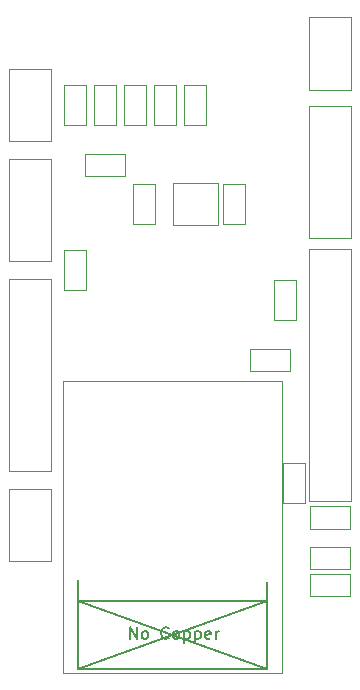
<source format=gbr>
G04 #@! TF.GenerationSoftware,KiCad,Pcbnew,5.1.7-a382d34a8~88~ubuntu20.04.1*
G04 #@! TF.CreationDate,2021-04-25T17:10:14-07:00*
G04 #@! TF.ProjectId,esp8266-wiz550io,65737038-3236-4362-9d77-697a35353069,Feb2021*
G04 #@! TF.SameCoordinates,Original*
G04 #@! TF.FileFunction,Other,User*
%FSLAX46Y46*%
G04 Gerber Fmt 4.6, Leading zero omitted, Abs format (unit mm)*
G04 Created by KiCad (PCBNEW 5.1.7-a382d34a8~88~ubuntu20.04.1) date 2021-04-25 17:10:14*
%MOMM*%
%LPD*%
G01*
G04 APERTURE LIST*
%ADD10C,0.050000*%
%ADD11C,0.152400*%
%ADD12C,0.150000*%
G04 APERTURE END LIST*
D10*
G04 #@! TO.C,U1*
X72100000Y-74160000D02*
X72100000Y-82410000D01*
X72100000Y-82410000D02*
X54600000Y-82410000D01*
X54600000Y-82410000D02*
X53600000Y-82410000D01*
X53600000Y-82410000D02*
X53600000Y-57660000D01*
X53600000Y-57660000D02*
X72100000Y-57660000D01*
X72100000Y-57660000D02*
X72100000Y-74160000D01*
D11*
X70866000Y-82042000D02*
X54864000Y-82042000D01*
X54864000Y-82042000D02*
X54864000Y-74549000D01*
X70866000Y-82042000D02*
X70866000Y-74676000D01*
X54858000Y-82060000D02*
X70858000Y-76260000D01*
X70858000Y-82060000D02*
X54858000Y-76260000D01*
X70858000Y-76260000D02*
X54858000Y-76260000D01*
D10*
G04 #@! TO.C,J7*
X74400000Y-26835000D02*
X74400000Y-32985000D01*
X74400000Y-32985000D02*
X78000000Y-32985000D01*
X78000000Y-32985000D02*
X78000000Y-26835000D01*
X78000000Y-26835000D02*
X74400000Y-26835000D01*
G04 #@! TO.C,C7*
X58830000Y-40320000D02*
X55470000Y-40320000D01*
X58830000Y-38420000D02*
X58830000Y-40320000D01*
X55470000Y-38420000D02*
X58830000Y-38420000D01*
X55470000Y-40320000D02*
X55470000Y-38420000D01*
G04 #@! TO.C,C4*
X67122000Y-44352000D02*
X67122000Y-40992000D01*
X69022000Y-44352000D02*
X67122000Y-44352000D01*
X69022000Y-40992000D02*
X69022000Y-44352000D01*
X67122000Y-40992000D02*
X69022000Y-40992000D01*
G04 #@! TO.C,C3*
X59502000Y-44352000D02*
X59502000Y-40992000D01*
X61402000Y-44352000D02*
X59502000Y-44352000D01*
X61402000Y-40992000D02*
X61402000Y-44352000D01*
X59502000Y-40992000D02*
X61402000Y-40992000D01*
G04 #@! TO.C,C6*
X74520000Y-68265000D02*
X77880000Y-68265000D01*
X74520000Y-70165000D02*
X74520000Y-68265000D01*
X77880000Y-70165000D02*
X74520000Y-70165000D01*
X77880000Y-68265000D02*
X77880000Y-70165000D01*
G04 #@! TO.C,C5*
X55560000Y-46580000D02*
X55560000Y-49940000D01*
X53660000Y-46580000D02*
X55560000Y-46580000D01*
X53660000Y-49940000D02*
X53660000Y-46580000D01*
X55560000Y-49940000D02*
X53660000Y-49940000D01*
G04 #@! TO.C,U3*
X62870000Y-44472000D02*
X62870000Y-40872000D01*
X66670000Y-44472000D02*
X62870000Y-44472000D01*
X66670000Y-40872000D02*
X66670000Y-44472000D01*
X62870000Y-40872000D02*
X66670000Y-40872000D01*
G04 #@! TO.C,R6*
X73340000Y-49120000D02*
X73340000Y-52480000D01*
X71440000Y-49120000D02*
X73340000Y-49120000D01*
X71440000Y-52480000D02*
X71440000Y-49120000D01*
X73340000Y-52480000D02*
X71440000Y-52480000D01*
G04 #@! TO.C,R5*
X61280000Y-35970000D02*
X61280000Y-32610000D01*
X63180000Y-35970000D02*
X61280000Y-35970000D01*
X63180000Y-32610000D02*
X63180000Y-35970000D01*
X61280000Y-32610000D02*
X63180000Y-32610000D01*
G04 #@! TO.C,R4*
X56200000Y-35970000D02*
X56200000Y-32610000D01*
X58100000Y-35970000D02*
X56200000Y-35970000D01*
X58100000Y-32610000D02*
X58100000Y-35970000D01*
X56200000Y-32610000D02*
X58100000Y-32610000D01*
G04 #@! TO.C,R3*
X74520000Y-73980000D02*
X77880000Y-73980000D01*
X74520000Y-75880000D02*
X74520000Y-73980000D01*
X77880000Y-75880000D02*
X74520000Y-75880000D01*
X77880000Y-73980000D02*
X77880000Y-75880000D01*
G04 #@! TO.C,R2*
X74520000Y-71694000D02*
X77880000Y-71694000D01*
X74520000Y-73594000D02*
X74520000Y-71694000D01*
X77880000Y-73594000D02*
X74520000Y-73594000D01*
X77880000Y-71694000D02*
X77880000Y-73594000D01*
G04 #@! TO.C,R1*
X55560000Y-32610000D02*
X55560000Y-35970000D01*
X53660000Y-32610000D02*
X55560000Y-32610000D01*
X53660000Y-35970000D02*
X53660000Y-32610000D01*
X55560000Y-35970000D02*
X53660000Y-35970000D01*
G04 #@! TO.C,J6*
X52600000Y-38840000D02*
X49000000Y-38840000D01*
X52600000Y-47490000D02*
X52600000Y-38840000D01*
X49000000Y-47490000D02*
X52600000Y-47490000D01*
X49000000Y-38840000D02*
X49000000Y-47490000D01*
G04 #@! TO.C,J5*
X49000000Y-66780000D02*
X49000000Y-72930000D01*
X49000000Y-72930000D02*
X52600000Y-72930000D01*
X52600000Y-72930000D02*
X52600000Y-66780000D01*
X52600000Y-66780000D02*
X49000000Y-66780000D01*
G04 #@! TO.C,J4*
X49000000Y-49000000D02*
X49000000Y-65300000D01*
X49000000Y-65300000D02*
X52600000Y-65300000D01*
X52600000Y-65300000D02*
X52600000Y-49000000D01*
X52600000Y-49000000D02*
X49000000Y-49000000D01*
G04 #@! TO.C,J3*
X78000000Y-46460000D02*
X74400000Y-46460000D01*
X78000000Y-67810000D02*
X78000000Y-46460000D01*
X74400000Y-67810000D02*
X78000000Y-67810000D01*
X74400000Y-46460000D02*
X74400000Y-67810000D01*
G04 #@! TO.C,J2*
X74400000Y-34395000D02*
X74400000Y-45595000D01*
X74400000Y-45595000D02*
X78000000Y-45595000D01*
X78000000Y-45595000D02*
X78000000Y-34395000D01*
X78000000Y-34395000D02*
X74400000Y-34395000D01*
G04 #@! TO.C,J1*
X49000000Y-31220000D02*
X49000000Y-37370000D01*
X49000000Y-37370000D02*
X52600000Y-37370000D01*
X52600000Y-37370000D02*
X52600000Y-31220000D01*
X52600000Y-31220000D02*
X49000000Y-31220000D01*
G04 #@! TO.C,D2*
X63820000Y-35970000D02*
X63820000Y-32610000D01*
X65720000Y-35970000D02*
X63820000Y-35970000D01*
X65720000Y-32610000D02*
X65720000Y-35970000D01*
X63820000Y-32610000D02*
X65720000Y-32610000D01*
G04 #@! TO.C,D1*
X58740000Y-35970000D02*
X58740000Y-32610000D01*
X60640000Y-35970000D02*
X58740000Y-35970000D01*
X60640000Y-32610000D02*
X60640000Y-35970000D01*
X58740000Y-32610000D02*
X60640000Y-32610000D01*
G04 #@! TO.C,C2*
X72202000Y-67974000D02*
X72202000Y-64614000D01*
X74102000Y-67974000D02*
X72202000Y-67974000D01*
X74102000Y-64614000D02*
X74102000Y-67974000D01*
X72202000Y-64614000D02*
X74102000Y-64614000D01*
G04 #@! TO.C,C1*
X72800000Y-56830000D02*
X69440000Y-56830000D01*
X72800000Y-54930000D02*
X72800000Y-56830000D01*
X69440000Y-54930000D02*
X72800000Y-54930000D01*
X69440000Y-56830000D02*
X69440000Y-54930000D01*
G04 #@! TD*
G04 #@! TO.C,U1*
D12*
X59243714Y-79512380D02*
X59243714Y-78512380D01*
X59815142Y-79512380D01*
X59815142Y-78512380D01*
X60434190Y-79512380D02*
X60338952Y-79464761D01*
X60291333Y-79417142D01*
X60243714Y-79321904D01*
X60243714Y-79036190D01*
X60291333Y-78940952D01*
X60338952Y-78893333D01*
X60434190Y-78845714D01*
X60577047Y-78845714D01*
X60672285Y-78893333D01*
X60719904Y-78940952D01*
X60767523Y-79036190D01*
X60767523Y-79321904D01*
X60719904Y-79417142D01*
X60672285Y-79464761D01*
X60577047Y-79512380D01*
X60434190Y-79512380D01*
X62529428Y-79417142D02*
X62481809Y-79464761D01*
X62338952Y-79512380D01*
X62243714Y-79512380D01*
X62100857Y-79464761D01*
X62005619Y-79369523D01*
X61958000Y-79274285D01*
X61910380Y-79083809D01*
X61910380Y-78940952D01*
X61958000Y-78750476D01*
X62005619Y-78655238D01*
X62100857Y-78560000D01*
X62243714Y-78512380D01*
X62338952Y-78512380D01*
X62481809Y-78560000D01*
X62529428Y-78607619D01*
X63100857Y-79512380D02*
X63005619Y-79464761D01*
X62958000Y-79417142D01*
X62910380Y-79321904D01*
X62910380Y-79036190D01*
X62958000Y-78940952D01*
X63005619Y-78893333D01*
X63100857Y-78845714D01*
X63243714Y-78845714D01*
X63338952Y-78893333D01*
X63386571Y-78940952D01*
X63434190Y-79036190D01*
X63434190Y-79321904D01*
X63386571Y-79417142D01*
X63338952Y-79464761D01*
X63243714Y-79512380D01*
X63100857Y-79512380D01*
X63862761Y-78845714D02*
X63862761Y-79845714D01*
X63862761Y-78893333D02*
X63958000Y-78845714D01*
X64148476Y-78845714D01*
X64243714Y-78893333D01*
X64291333Y-78940952D01*
X64338952Y-79036190D01*
X64338952Y-79321904D01*
X64291333Y-79417142D01*
X64243714Y-79464761D01*
X64148476Y-79512380D01*
X63958000Y-79512380D01*
X63862761Y-79464761D01*
X64767523Y-78845714D02*
X64767523Y-79845714D01*
X64767523Y-78893333D02*
X64862761Y-78845714D01*
X65053238Y-78845714D01*
X65148476Y-78893333D01*
X65196095Y-78940952D01*
X65243714Y-79036190D01*
X65243714Y-79321904D01*
X65196095Y-79417142D01*
X65148476Y-79464761D01*
X65053238Y-79512380D01*
X64862761Y-79512380D01*
X64767523Y-79464761D01*
X66053238Y-79464761D02*
X65958000Y-79512380D01*
X65767523Y-79512380D01*
X65672285Y-79464761D01*
X65624666Y-79369523D01*
X65624666Y-78988571D01*
X65672285Y-78893333D01*
X65767523Y-78845714D01*
X65958000Y-78845714D01*
X66053238Y-78893333D01*
X66100857Y-78988571D01*
X66100857Y-79083809D01*
X65624666Y-79179047D01*
X66529428Y-79512380D02*
X66529428Y-78845714D01*
X66529428Y-79036190D02*
X66577047Y-78940952D01*
X66624666Y-78893333D01*
X66719904Y-78845714D01*
X66815142Y-78845714D01*
G04 #@! TD*
M02*

</source>
